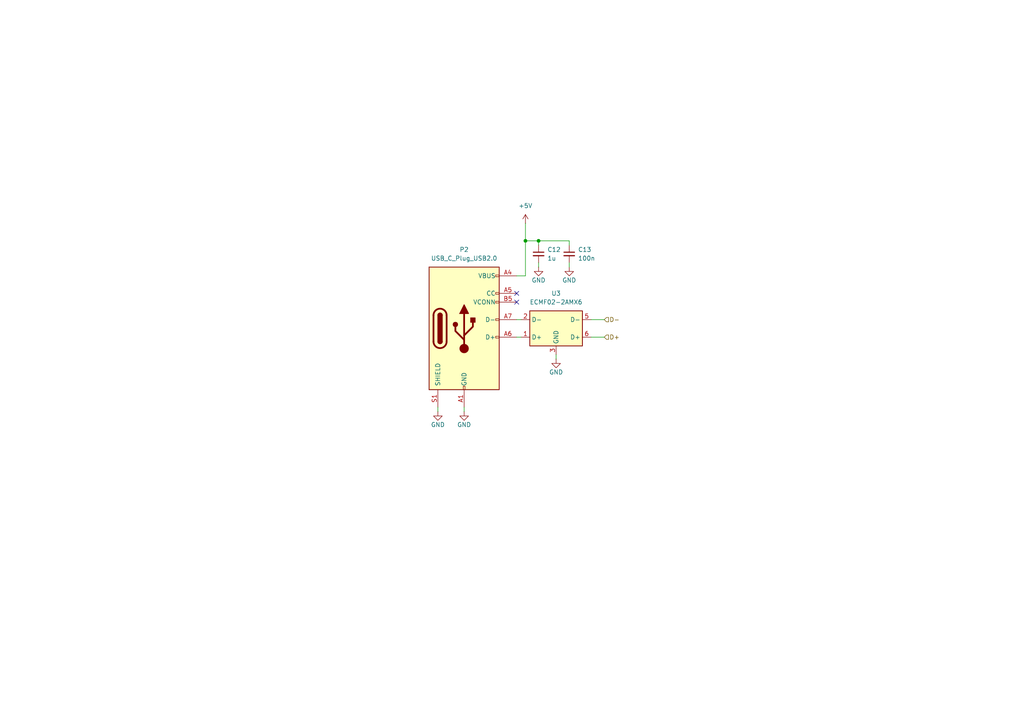
<source format=kicad_sch>
(kicad_sch (version 20231120) (generator "eeschema") (generator_version "8.0")
  (paper "A4")
  (lib_symbols
    (symbol "Connector:USB_C_Plug_USB2.0" (pin_names (offset 1.016))
      (property "Reference" "P" (at -10.16 19.05 0))
      (property "Value" "USB_C_Plug_USB2.0" (at 12.7 19.05 0))
      (symbol "USB_C_Plug_USB2.0_0_0"
        (rectangle (start -0.254 -17.78) (end 0.254 -16.764))
        (rectangle (start 10.16 -2.286) (end 9.144 -2.794))
        (rectangle (start 10.16 2.794) (end 9.144 2.286))
        (rectangle (start 10.16 7.874) (end 9.144 7.366))
        (rectangle (start 10.16 10.414) (end 9.144 9.906))
        (rectangle (start 10.16 15.494) (end 9.144 14.986))
      )
      (symbol "USB_C_Plug_USB2.0_0_1"
        (rectangle (start -10.16 17.78) (end 10.16 -17.78) (stroke (width 0.254)) (fill (type background)))
        (arc (start -8.89 -3.81) (mid -6.985 -5.7067) (end -5.08 -3.81) (stroke (width 0.508)))
        (arc (start -7.62 -3.81) (mid -6.985 -4.4423) (end -6.35 -3.81) (stroke (width 0.254)))
        (arc (start -7.62 -3.81) (mid -6.985 -4.4423) (end -6.35 -3.81) (stroke (width 0.254)) (fill (type outline)))
        (rectangle (start -7.62 -3.81) (end -6.35 3.81) (stroke (width 0.254)) (fill (type outline)))
        (arc (start -6.35 3.81) (mid -6.985 4.4423) (end -7.62 3.81) (stroke (width 0.254)))
        (arc (start -6.35 3.81) (mid -6.985 4.4423) (end -7.62 3.81) (stroke (width 0.254)) (fill (type outline)))
        (arc (start -5.08 3.81) (mid -6.985 5.7067) (end -8.89 3.81) (stroke (width 0.508)))
        (circle (center -2.54 1.143) (radius 0.635) (stroke (width 0.254)) (fill (type outline)))
        (circle (center 0 -5.842) (radius 1.27) (fill (type outline)))
        (polyline (pts (xy -8.89 -3.81) (xy -8.89 3.81)) (stroke (width 0.508)))
        (polyline (pts (xy -5.08 3.81) (xy -5.08 -3.81)) (stroke (width 0.508)))
        (polyline (pts (xy 0 -5.842) (xy 0 4.318)) (stroke (width 0.508)))
        (polyline (pts (xy 0 -3.302) (xy -2.54 -0.762) (xy -2.54 0.508)) (stroke (width 0.508)))
        (polyline (pts (xy 0 -2.032) (xy 2.54 0.508) (xy 2.54 1.778)) (stroke (width 0.508)))
        (polyline (pts (xy -1.27 4.318) (xy 0 6.858) (xy 1.27 4.318) (xy -1.27 4.318)) (stroke (width 0.254)) (fill (type outline)))
        (rectangle (start 1.905 1.778) (end 3.175 3.048) (stroke (width 0.254)) (fill (type outline)))
      )
      (symbol "USB_C_Plug_USB2.0_1_1"
        (pin passive line (at 0 -22.86 90) (length 5.08) (name "GND") (number "A1"))
        (pin passive line (at 0 -22.86 90) (length 5.08) hide (name "GND") (number "A12"))
        (pin passive line (at 15.24 15.24 180) (length 5.08) (name "VBUS") (number "A4"))
        (pin bidirectional line (at 15.24 10.16 180) (length 5.08) (name "CC") (number "A5"))
        (pin bidirectional line (at 15.24 -2.54 180) (length 5.08) (name "D+") (number "A6"))
        (pin bidirectional line (at 15.24 2.54 180) (length 5.08) (name "D-") (number "A7"))
        (pin passive line (at 15.24 15.24 180) (length 5.08) hide (name "VBUS") (number "A9"))
        (pin passive line (at 0 -22.86 90) (length 5.08) hide (name "GND") (number "B1"))
        (pin passive line (at 0 -22.86 90) (length 5.08) hide (name "GND") (number "B12"))
        (pin passive line (at 15.24 15.24 180) (length 5.08) hide (name "VBUS") (number "B4"))
        (pin bidirectional line (at 15.24 7.62 180) (length 5.08) (name "VCONN") (number "B5"))
        (pin passive line (at 15.24 15.24 180) (length 5.08) hide (name "VBUS") (number "B9"))
        (pin passive line (at -7.62 -22.86 90) (length 5.08) (name "SHIELD") (number "S1"))
      )
    )
    (symbol "Device:C_Small" (pin_numbers hide) (pin_names (offset 0.254) hide)
      (property "Reference" "C" (at 0.254 1.778 0))
      (property "Value" "C_Small" (at 0.254 -2.032 0))
      (symbol "C_Small_0_1"
        (polyline (pts (xy -1.524 -0.508) (xy 1.524 -0.508)) (stroke (width 0.3302)))
        (polyline (pts (xy -1.524 0.508) (xy 1.524 0.508)) (stroke (width 0.3048)))
      )
      (symbol "C_Small_1_1"
        (pin passive line (at 0 2.54 270) (length 2.032) (name "~") (number "1"))
        (pin passive line (at 0 -2.54 90) (length 2.032) (name "~") (number "2"))
      )
    )
    (symbol "Filter:ECMF02-2AMX6"
      (property "Reference" "U2" (at 0 10.16 0))
      (property "Value" "ECMF02-2AMX6" (at 0 7.62 0))
      (symbol "ECMF02-2AMX6_0_1"
        (rectangle (start -7.62 5.08) (end 7.62 -5.08) (stroke (width 0.254)) (fill (type background)))
      )
      (symbol "ECMF02-2AMX6_1_1"
        (pin bidirectional line (at -10.16 -2.54 0) (length 2.54) (name "D+") (number "1"))
        (pin bidirectional line (at -10.16 2.54 0) (length 2.54) (name "D-") (number "2"))
        (pin power_in line (at 0 -7.62 90) (length 2.54) (name "GND") (number "3"))
        (pin no_connect line (at 5.08 -7.62 90) (length 2.54) hide (name "NC") (number "4"))
        (pin bidirectional line (at 10.16 2.54 180) (length 2.54) (name "D-") (number "5"))
        (pin bidirectional line (at 10.16 -2.54 180) (length 2.54) (name "D+") (number "6"))
      )
    )
    (symbol "power:+5V" (power) (pin_numbers hide) (pin_names (offset 0) hide)
      (property "Value" "+5V" (at 0 3.556 0))
      (symbol "+5V_0_1"
        (polyline (pts (xy -0.762 1.27) (xy 0 2.54)))
        (polyline (pts (xy 0 0) (xy 0 2.54)))
        (polyline (pts (xy 0 2.54) (xy 0.762 1.27)))
      )
      (symbol "+5V_1_1"
        (pin power_in line (at 0 0 90) (length 0) (name "~") (number "1"))
      )
    )
    (symbol "power:GND" (power) (pin_numbers hide) (pin_names (offset 0) hide)
      (property "Value" "GND" (at 0 -3.81 0))
      (symbol "GND_0_1"
        (polyline (pts (xy 0 0) (xy 0 -1.27) (xy 1.27 -1.27) (xy 0 -2.54) (xy -1.27 -1.27) (xy 0 -1.27)))
      )
      (symbol "GND_1_1"
        (pin power_in line (at 0 0 270) (length 0) (name "~") (number "1"))
      )
    )
  )
  (junction (at 156.21 69.85))
  (junction (at 152.4 69.85))
  (no_connect (at 149.86 85.09))
  (no_connect (at 149.86 87.63))
  (wire (pts (xy 165.1 76.2) (xy 165.1 77.47)))
  (wire (pts (xy 175.26 92.71) (xy 171.45 92.71)))
  (wire (pts (xy 152.4 80.01) (xy 149.86 80.01)))
  (wire (pts (xy 134.62 119.38) (xy 134.62 118.11)))
  (wire (pts (xy 152.4 64.77) (xy 152.4 69.85)))
  (wire (pts (xy 127 119.38) (xy 127 118.11)))
  (wire (pts (xy 156.21 69.85) (xy 165.1 69.85)))
  (wire (pts (xy 156.21 71.12) (xy 156.21 69.85)))
  (wire (pts (xy 165.1 69.85) (xy 165.1 71.12)))
  (wire (pts (xy 156.21 69.85) (xy 152.4 69.85)))
  (wire (pts (xy 156.21 77.47) (xy 156.21 76.2)))
  (wire (pts (xy 161.29 104.14) (xy 161.29 102.87)))
  (wire (pts (xy 151.13 97.79) (xy 149.86 97.79)))
  (wire (pts (xy 152.4 69.85) (xy 152.4 80.01)))
  (wire (pts (xy 175.26 97.79) (xy 171.45 97.79)))
  (wire (pts (xy 151.13 92.71) (xy 149.86 92.71)))
  (hierarchical_label "D+" (shape input) (at 175.26 97.79 0))
  (hierarchical_label "D-" (shape input) (at 175.26 92.71 0))
  (symbol (lib_id "Device:C_Small") (at 165.1 73.66 0) (unit 1)
    (property "Reference" "C13" (at 167.64 72.3962 0) (effects (justify left)))
    (property "Value" "100n" (at 167.64 74.9362 0) (effects (justify left)))
    (property "Footprint" "Capacitor_SMD:C_0402_1005Metric_Pad0.74x0.62mm_HandSolder" (effects (hide yes)))
    (property "Description" "Unpolarized capacitor, small symbol" (effects (hide yes)))
  )
  (symbol (lib_id "power:GND") (at 156.21 77.47 0) (unit 1)
    (property "Reference" "#PWR037" (effects (hide yes)))
    (property "Value" "GND" (at 156.21 81.28 0))
    (property "Description" "Power symbol creates a global label with name \"GND\" , ground" (effects (hide yes)))
  )
  (symbol (lib_id "power:GND") (at 127 119.38 0) (unit 1)
    (property "Reference" "#PWR034" (effects (hide yes)))
    (property "Value" "GND" (at 127 123.19 0))
    (property "Description" "Power symbol creates a global label with name \"GND\" , ground" (effects (hide yes)))
  )
  (symbol (lib_id "power:GND") (at 134.62 119.38 0) (unit 1)
    (property "Reference" "#PWR035" (effects (hide yes)))
    (property "Value" "GND" (at 134.62 123.19 0))
    (property "Description" "Power symbol creates a global label with name \"GND\" , ground" (effects (hide yes)))
  )
  (symbol (lib_id "power:GND") (at 161.29 104.14 0) (unit 1)
    (property "Reference" "#PWR038" (effects (hide yes)))
    (property "Value" "GND" (at 161.29 107.95 0))
    (property "Description" "Power symbol creates a global label with name \"GND\" , ground" (effects (hide yes)))
  )
  (symbol (lib_id "Connector:USB_C_Plug_USB2.0") (at 134.62 95.25 0) (unit 1)
    (property "Reference" "P2" (at 134.62 72.39 0))
    (property "Value" "USB_C_Plug_USB2.0" (at 134.62 74.93 0))
    (property "Footprint" "Connector_USB:USB_C_Receptacle_G-Switch_GT-USB-7010ASV" (effects (hide yes)))
    (property "Datasheet" "https://www.usb.org/sites/default/files/documents/usb_type-c.zip" (effects (hide yes)))
    (property "Description" "USB 2.0-only Type-C Plug connector" (effects (hide yes)))
  )
  (symbol (lib_id "power:GND") (at 165.1 77.47 0) (unit 1)
    (property "Reference" "#PWR039" (effects (hide yes)))
    (property "Value" "GND" (at 165.1 81.28 0))
    (property "Description" "Power symbol creates a global label with name \"GND\" , ground" (effects (hide yes)))
  )
  (symbol (lib_id "power:+5V") (at 152.4 64.77 0) (unit 1)
    (property "Reference" "#PWR036" (effects (hide yes)))
    (property "Value" "+5V" (at 152.4 59.69 0))
    (property "Description" "Power symbol creates a global label with name \"+5V\"" (effects (hide yes)))
  )
  (symbol (lib_id "Device:C_Small") (at 156.21 73.66 0) (unit 1)
    (property "Reference" "C12" (at 158.75 72.3962 0) (effects (justify left)))
    (property "Value" "1u" (at 158.75 74.9362 0) (effects (justify left)))
    (property "Footprint" "Capacitor_SMD:C_0402_1005Metric_Pad0.74x0.62mm_HandSolder" (effects (hide yes)))
    (property "Description" "Unpolarized capacitor, small symbol" (effects (hide yes)))
  )
  (symbol (lib_id "Filter:ECMF02-2AMX6") (at 161.29 95.25 0) (unit 1)
    (property "Reference" "U3" (at 161.29 85.09 0))
    (property "Value" "ECMF02-2AMX6" (at 161.29 87.63 0))
    (property "Footprint" "Package_DFN_QFN:ST_UQFN-6L_1.5x1.7mm_P0.5mm" (effects (hide yes)))
    (property "Datasheet" "https://www.st.com/resource/en/datasheet/ecmf02-2amx6.pdf" (effects (hide yes)))
    (property "Description" "Common-mode choke with ESD protection for USB 2.0 or MIPI, ±15 kV air, ±8 kV contact discharge, DFN-6L" (effects (hide yes)))
  )
)
</source>
